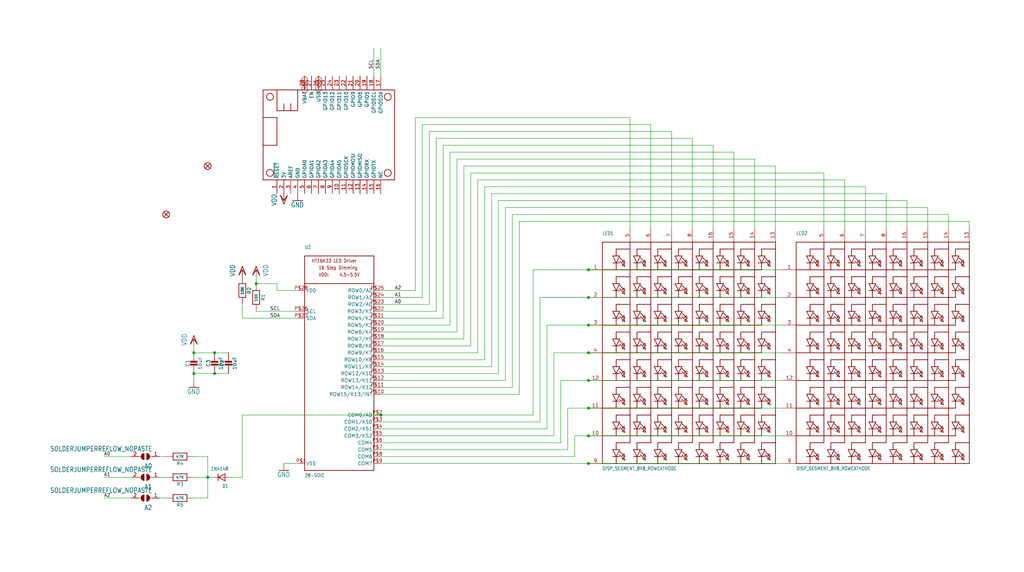
<source format=kicad_sch>
(kicad_sch (version 20211123) (generator eeschema)
  (paper "User" 375.666 210.007)
  (lib_symbols
    (symbol "eagleSchem-eagle-import:CAP_CERAMIC0805-NOOUTLINE"
      (property "Reference" "C" (at -2.29 1.25 90))
      (property "Value" "CAP_CERAMIC0805-NOOUTLINE" (at 2.3 1.25 90))
      (symbol "CAP_CERAMIC0805-NOOUTLINE_1_0"
        (pin passive line (at 0 5.08 270) (length 2.54) (name "1") (number "1"))
        (pin passive line (at 0 -2.54 90) (length 2.54) (name "2") (number "2"))
      )
    )
    (symbol "eagleSchem-eagle-import:DIODESOD-323F"
      (property "Reference" "D" (at -2.54 2.54 0))
      (property "Value" "DIODESOD-323F" (at -2.54 -3.81 0))
      (symbol "DIODESOD-323F_1_0"
        (pin passive line (at -2.54 0 0) (length 2.54) (name "A") (number "A"))
        (pin passive line (at 2.54 0 180) (length 2.54) (name "C") (number "C"))
      )
    )
    (symbol "eagleSchem-eagle-import:DISP_SEGMENT_8X8_ROWCATHODE"
      (property "Reference" "LED" (at -33.02 45.72 0))
      (property "Value" "DISP_SEGMENT_8X8_ROWCATHODE" (at -33.02 -40.64 0))
      (symbol "DISP_SEGMENT_8X8_ROWCATHODE_1_0"
        (pin bidirectional line (at -38.1 33.02 0) (length 5.08) (name "K1") (number "1"))
        (pin bidirectional line (at -38.1 -27.94 0) (length 5.08) (name "K7") (number "10"))
        (pin bidirectional line (at -38.1 -17.78 0) (length 5.08) (name "K6") (number "11"))
        (pin bidirectional line (at -38.1 -7.62 0) (length 5.08) (name "K5") (number "12"))
        (pin bidirectional line (at 30.48 48.26 270) (length 5.08) (name "A8") (number "13"))
        (pin bidirectional line (at 22.86 48.26 270) (length 5.08) (name "A7") (number "14"))
        (pin bidirectional line (at 15.24 48.26 270) (length 5.08) (name "A6") (number "15"))
        (pin bidirectional line (at 7.62 48.26 270) (length 5.08) (name "A5") (number "16"))
        (pin bidirectional line (at -38.1 22.86 0) (length 5.08) (name "K2") (number "2"))
        (pin bidirectional line (at -38.1 12.7 0) (length 5.08) (name "K3") (number "3"))
        (pin bidirectional line (at -38.1 2.54 0) (length 5.08) (name "K4") (number "4"))
        (pin bidirectional line (at -22.86 48.26 270) (length 5.08) (name "A1") (number "5"))
        (pin bidirectional line (at -15.24 48.26 270) (length 5.08) (name "A2") (number "6"))
        (pin bidirectional line (at -7.62 48.26 270) (length 5.08) (name "A3") (number "7"))
        (pin bidirectional line (at 0 48.26 270) (length 5.08) (name "A4") (number "8"))
        (pin bidirectional line (at -38.1 -38.1 0) (length 5.08) (name "K8") (number "9"))
      )
    )
    (symbol "eagleSchem-eagle-import:FEATHERWING"
      (symbol "FEATHERWING_1_0"
        (pin input line (at 5.08 -5.08 90) (length 5.08) (name "~{RESET}") (number "1"))
        (pin bidirectional line (at 27.94 -5.08 90) (length 5.08) (name "GPIOA5") (number "10"))
        (pin bidirectional line (at 30.48 -5.08 90) (length 5.08) (name "GPIOSCK") (number "11"))
        (pin bidirectional line (at 33.02 -5.08 90) (length 5.08) (name "GPIOMOSI") (number "12"))
        (pin bidirectional line (at 35.56 -5.08 90) (length 5.08) (name "GPIOMISO") (number "13"))
        (pin bidirectional line (at 38.1 -5.08 90) (length 5.08) (name "GPIORX") (number "14"))
        (pin bidirectional line (at 40.64 -5.08 90) (length 5.08) (name "GPIOTX") (number "15"))
        (pin passive line (at 43.18 -5.08 90) (length 5.08) (name "NC") (number "16"))
        (pin bidirectional line (at 43.18 38.1 270) (length 5.08) (name "GPIOSDA") (number "17"))
        (pin bidirectional line (at 40.64 38.1 270) (length 5.08) (name "GPIOSCL") (number "18"))
        (pin bidirectional line (at 38.1 38.1 270) (length 5.08) (name "GPIO5") (number "19"))
        (pin power_in line (at 7.62 -5.08 90) (length 5.08) (name "3V") (number "2"))
        (pin bidirectional line (at 35.56 38.1 270) (length 5.08) (name "GPIO6") (number "20"))
        (pin bidirectional line (at 33.02 38.1 270) (length 5.08) (name "GPIO9") (number "21"))
        (pin bidirectional line (at 30.48 38.1 270) (length 5.08) (name "GPIO10") (number "22"))
        (pin bidirectional line (at 27.94 38.1 270) (length 5.08) (name "GPIO11") (number "23"))
        (pin bidirectional line (at 25.4 38.1 270) (length 5.08) (name "GPIO12") (number "24"))
        (pin bidirectional line (at 22.86 38.1 270) (length 5.08) (name "GPIO13") (number "25"))
        (pin power_in line (at 20.32 38.1 270) (length 5.08) (name "USB") (number "26"))
        (pin passive line (at 17.78 38.1 270) (length 5.08) (name "EN") (number "27"))
        (pin power_in line (at 15.24 38.1 270) (length 5.08) (name "VBAT") (number "28"))
        (pin passive line (at 10.16 -5.08 90) (length 5.08) (name "AREF") (number "3"))
        (pin power_in line (at 12.7 -5.08 90) (length 5.08) (name "GND") (number "4"))
        (pin bidirectional line (at 15.24 -5.08 90) (length 5.08) (name "GPIOA0") (number "5"))
        (pin bidirectional line (at 17.78 -5.08 90) (length 5.08) (name "GPIOA1") (number "6"))
        (pin bidirectional line (at 20.32 -5.08 90) (length 5.08) (name "GPIOA2") (number "7"))
        (pin bidirectional line (at 22.86 -5.08 90) (length 5.08) (name "GPIOA3") (number "8"))
        (pin bidirectional line (at 25.4 -5.08 90) (length 5.08) (name "GPIOA4") (number "9"))
      )
    )
    (symbol "eagleSchem-eagle-import:FIDUCIAL{dblquote}{dblquote}")
    (symbol "eagleSchem-eagle-import:GND" (power)
      (property "Value" "GND" (at -2.54 -2.54 0))
      (symbol "GND_1_0"
        (pin power_in line (at 0 2.54 270) (length 2.54) (name "GND") (number "1"))
      )
    )
    (symbol "eagleSchem-eagle-import:HT16K33_SOP28_SKINNY"
      (property "Reference" "U" (at -12.7 40.64 0))
      (property "Value" "HT16K33_SOP28_SKINNY" (at -12.7 -43.18 0))
      (symbol "HT16K33_SOP28_SKINNY_1_0"
        (text "16 Step Dimming" (at -7.62 33.02 0) (effects (font (size 1.27 1.0795)) (justify left bottom)))
        (text "4.5-5.5V" (at 0 30.48 0) (effects (font (size 1.27 1.0795)) (justify left bottom)))
        (text "HT16K33 LED Driver" (at -10.16 35.56 0) (effects (font (size 1.27 1.0795)) (justify left bottom)))
        (text "VDD:" (at -7.62 30.48 0) (effects (font (size 1.27 1.0795)) (justify left bottom)))
        (pin bidirectional line (at -15.24 -38.1 0) (length 2.54) (name "VSS") (number "P$1"))
        (pin bidirectional line (at 15.24 -12.7 180) (length 2.54) (name "ROW15/K13/INT") (number "P$10"))
        (pin bidirectional line (at 15.24 -10.16 180) (length 2.54) (name "ROW14/K12") (number "P$11"))
        (pin bidirectional line (at 15.24 -7.62 180) (length 2.54) (name "ROW13/K11") (number "P$12"))
        (pin bidirectional line (at 15.24 -5.08 180) (length 2.54) (name "ROW12/K10") (number "P$13"))
        (pin bidirectional line (at 15.24 -2.54 180) (length 2.54) (name "ROW11/K9") (number "P$14"))
        (pin bidirectional line (at 15.24 0 180) (length 2.54) (name "ROW10/K8") (number "P$15"))
        (pin bidirectional line (at 15.24 2.54 180) (length 2.54) (name "ROW9/K7") (number "P$16"))
        (pin bidirectional line (at 15.24 5.08 180) (length 2.54) (name "ROW8/K6") (number "P$17"))
        (pin bidirectional line (at 15.24 7.62 180) (length 2.54) (name "ROW7/K5") (number "P$18"))
        (pin bidirectional line (at 15.24 10.16 180) (length 2.54) (name "ROW6/K4") (number "P$19"))
        (pin bidirectional line (at 15.24 -20.32 180) (length 2.54) (name "COM0/AD") (number "P$2"))
        (pin bidirectional line (at 15.24 12.7 180) (length 2.54) (name "ROW5/K3") (number "P$20"))
        (pin bidirectional line (at 15.24 15.24 180) (length 2.54) (name "ROW4/K2") (number "P$21"))
        (pin bidirectional line (at 15.24 17.78 180) (length 2.54) (name "ROW3/K1") (number "P$22"))
        (pin bidirectional line (at 15.24 20.32 180) (length 2.54) (name "ROW2/A0") (number "P$23"))
        (pin bidirectional line (at 15.24 22.86 180) (length 2.54) (name "ROW1/A1") (number "P$24"))
        (pin bidirectional line (at 15.24 25.4 180) (length 2.54) (name "ROW0/A2") (number "P$25"))
        (pin bidirectional line (at -15.24 17.78 0) (length 2.54) (name "SCL") (number "P$26"))
        (pin bidirectional line (at -15.24 15.24 0) (length 2.54) (name "SDA") (number "P$27"))
        (pin bidirectional line (at -15.24 25.4 0) (length 2.54) (name "VDD") (number "P$28"))
        (pin bidirectional line (at 15.24 -22.86 180) (length 2.54) (name "COM1/KS0") (number "P$3"))
        (pin bidirectional line (at 15.24 -25.4 180) (length 2.54) (name "COM2/KS1") (number "P$4"))
        (pin bidirectional line (at 15.24 -27.94 180) (length 2.54) (name "COM3/KS2") (number "P$5"))
        (pin bidirectional line (at 15.24 -30.48 180) (length 2.54) (name "COM4") (number "P$6"))
        (pin bidirectional line (at 15.24 -33.02 180) (length 2.54) (name "COM5") (number "P$7"))
        (pin bidirectional line (at 15.24 -35.56 180) (length 2.54) (name "COM6") (number "P$8"))
        (pin bidirectional line (at 15.24 -38.1 180) (length 2.54) (name "COM7") (number "P$9"))
      )
    )
    (symbol "eagleSchem-eagle-import:RESISTOR0805_NOOUTLINE"
      (property "Reference" "R" (at 0 2.54 0))
      (property "Value" "RESISTOR0805_NOOUTLINE" (at 0 0 0))
      (symbol "RESISTOR0805_NOOUTLINE_1_0"
        (pin passive line (at -5.08 0 0) (length 2.54) (name "1") (number "1"))
        (pin passive line (at 5.08 0 180) (length 2.54) (name "2") (number "2"))
      )
    )
    (symbol "eagleSchem-eagle-import:SOLDERJUMPERREFLOW_NOPASTE"
      (property "Reference" "SJ" (at -2.54 2.54 0))
      (property "Value" "SOLDERJUMPERREFLOW_NOPASTE" (at -2.54 -3.81 0))
      (symbol "SOLDERJUMPERREFLOW_NOPASTE_1_0"
        (pin passive line (at -5.08 0 0) (length 2.54) (name "1") (number "1"))
        (pin passive line (at 5.08 0 180) (length 2.54) (name "2") (number "2"))
      )
    )
    (symbol "eagleSchem-eagle-import:VDD" (power)
      (property "Value" "VDD" (at -2.54 -2.54 90))
      (symbol "VDD_1_0"
        (pin power_in line (at 0 -2.54 90) (length 2.54) (name "VDD") (number "1"))
      )
    )
  )
  (junction (at 71.12 137.16))
  (junction (at 215.9 99.06))
  (junction (at 76.2 175.26))
  (junction (at 93.98 104.14))
  (junction (at 78.74 129.54))
  (junction (at 215.9 160.02))
  (junction (at 215.9 139.7))
  (junction (at 78.74 137.16))
  (junction (at 215.9 170.18))
  (junction (at 71.12 129.54))
  (junction (at 215.9 109.22))
  (junction (at 215.9 149.86))
  (junction (at 215.9 119.38))
  (junction (at 139.7 152.4))
  (junction (at 215.9 129.54))
  (wire (pts (xy 139.7 132.08) (xy 177.8 132.08)))
  (wire (pts (xy 254 50.8) (xy 254 83.82)))
  (wire (pts (xy 203.2 129.54) (xy 203.2 160.02)))
  (wire (pts (xy 302.26 63.5) (xy 172.72 63.5)))
  (wire (pts (xy 93.98 101.6) (xy 93.98 104.14)))
  (wire (pts (xy 88.9 175.26) (xy 83.82 175.26)))
  (wire (pts (xy 190.5 144.78) (xy 190.5 81.28)))
  (wire (pts (xy 215.9 99.06) (xy 195.58 99.06)))
  (wire (pts (xy 101.6 106.68) (xy 101.6 104.14)))
  (wire (pts (xy 215.9 160.02) (xy 210.82 160.02)))
  (wire (pts (xy 139.7 134.62) (xy 180.34 134.62)))
  (wire (pts (xy 215.9 129.54) (xy 287.02 129.54)))
  (wire (pts (xy 139.7 160.02) (xy 203.2 160.02)))
  (wire (pts (xy 175.26 129.54) (xy 175.26 66.04)))
  (wire (pts (xy 182.88 137.16) (xy 182.88 73.66)))
  (wire (pts (xy 187.96 78.74) (xy 347.98 78.74)))
  (wire (pts (xy 355.6 81.28) (xy 190.5 81.28)))
  (wire (pts (xy 180.34 134.62) (xy 180.34 71.12)))
  (wire (pts (xy 109.22 114.3) (xy 93.98 114.3)))
  (wire (pts (xy 215.9 119.38) (xy 287.02 119.38)))
  (wire (pts (xy 139.7 152.4) (xy 88.9 152.4)))
  (wire (pts (xy 317.5 83.82) (xy 317.5 68.58)))
  (wire (pts (xy 172.72 127) (xy 172.72 63.5)))
  (wire (pts (xy 175.26 66.04) (xy 309.88 66.04)))
  (wire (pts (xy 154.94 109.22) (xy 154.94 45.72)))
  (wire (pts (xy 165.1 55.88) (xy 269.24 55.88)))
  (wire (pts (xy 139.7 144.78) (xy 190.5 144.78)))
  (wire (pts (xy 139.7 109.22) (xy 154.94 109.22)))
  (wire (pts (xy 139.7 137.16) (xy 182.88 137.16)))
  (wire (pts (xy 317.5 68.58) (xy 177.8 68.58)))
  (wire (pts (xy 215.9 139.7) (xy 205.74 139.7)))
  (wire (pts (xy 208.28 149.86) (xy 208.28 165.1)))
  (wire (pts (xy 139.7 121.92) (xy 167.64 121.92)))
  (wire (pts (xy 332.74 73.66) (xy 182.88 73.66)))
  (wire (pts (xy 48.26 167.64) (xy 38.1 167.64)))
  (wire (pts (xy 139.7 129.54) (xy 175.26 129.54)))
  (wire (pts (xy 71.12 127) (xy 71.12 129.54)))
  (wire (pts (xy 76.2 175.26) (xy 78.74 175.26)))
  (wire (pts (xy 162.56 116.84) (xy 162.56 53.34)))
  (wire (pts (xy 246.38 48.26) (xy 157.48 48.26)))
  (wire (pts (xy 154.94 45.72) (xy 238.76 45.72)))
  (wire (pts (xy 187.96 142.24) (xy 187.96 78.74)))
  (wire (pts (xy 276.86 83.82) (xy 276.86 58.42)))
  (wire (pts (xy 185.42 139.7) (xy 185.42 76.2)))
  (wire (pts (xy 325.12 71.12) (xy 325.12 83.82)))
  (wire (pts (xy 198.12 109.22) (xy 198.12 154.94)))
  (wire (pts (xy 215.9 109.22) (xy 198.12 109.22)))
  (wire (pts (xy 180.34 71.12) (xy 325.12 71.12)))
  (wire (pts (xy 261.62 53.34) (xy 162.56 53.34)))
  (wire (pts (xy 139.7 152.4) (xy 195.58 152.4)))
  (wire (pts (xy 177.8 132.08) (xy 177.8 68.58)))
  (wire (pts (xy 167.64 121.92) (xy 167.64 58.42)))
  (wire (pts (xy 165.1 119.38) (xy 165.1 55.88)))
  (wire (pts (xy 71.12 129.54) (xy 78.74 129.54)))
  (wire (pts (xy 215.9 109.22) (xy 287.02 109.22)))
  (wire (pts (xy 139.7 170.18) (xy 215.9 170.18)))
  (wire (pts (xy 139.7 157.48) (xy 200.66 157.48)))
  (wire (pts (xy 355.6 83.82) (xy 355.6 81.28)))
  (wire (pts (xy 238.76 45.72) (xy 238.76 83.82)))
  (wire (pts (xy 205.74 139.7) (xy 205.74 162.56)))
  (wire (pts (xy 347.98 83.82) (xy 347.98 78.74)))
  (wire (pts (xy 139.7 142.24) (xy 187.96 142.24)))
  (wire (pts (xy 152.4 43.18) (xy 231.14 43.18)))
  (wire (pts (xy 60.96 175.26) (xy 58.42 175.26)))
  (wire (pts (xy 76.2 167.64) (xy 71.12 167.64)))
  (wire (pts (xy 261.62 83.82) (xy 261.62 53.34)))
  (wire (pts (xy 109.22 116.84) (xy 88.9 116.84)))
  (wire (pts (xy 139.7 114.3) (xy 160.02 114.3)))
  (wire (pts (xy 195.58 99.06) (xy 195.58 152.4)))
  (wire (pts (xy 139.7 124.46) (xy 170.18 124.46)))
  (wire (pts (xy 231.14 43.18) (xy 231.14 83.82)))
  (wire (pts (xy 215.9 119.38) (xy 200.66 119.38)))
  (wire (pts (xy 215.9 139.7) (xy 287.02 139.7)))
  (wire (pts (xy 160.02 50.8) (xy 254 50.8)))
  (wire (pts (xy 139.7 139.7) (xy 185.42 139.7)))
  (wire (pts (xy 215.9 99.06) (xy 287.02 99.06)))
  (wire (pts (xy 101.6 104.14) (xy 93.98 104.14)))
  (wire (pts (xy 185.42 76.2) (xy 340.36 76.2)))
  (wire (pts (xy 71.12 139.7) (xy 71.12 137.16)))
  (wire (pts (xy 137.16 17.78) (xy 137.16 27.94)))
  (wire (pts (xy 76.2 182.88) (xy 76.2 175.26)))
  (wire (pts (xy 104.14 170.18) (xy 109.22 170.18)))
  (wire (pts (xy 139.7 119.38) (xy 165.1 119.38)))
  (wire (pts (xy 78.74 137.16) (xy 71.12 137.16)))
  (wire (pts (xy 109.22 106.68) (xy 101.6 106.68)))
  (wire (pts (xy 170.18 60.96) (xy 284.48 60.96)))
  (wire (pts (xy 210.82 167.64) (xy 139.7 167.64)))
  (wire (pts (xy 215.9 149.86) (xy 287.02 149.86)))
  (wire (pts (xy 269.24 55.88) (xy 269.24 83.82)))
  (wire (pts (xy 38.1 175.26) (xy 48.26 175.26)))
  (wire (pts (xy 160.02 114.3) (xy 160.02 50.8)))
  (wire (pts (xy 309.88 66.04) (xy 309.88 83.82)))
  (wire (pts (xy 60.96 167.64) (xy 58.42 167.64)))
  (wire (pts (xy 200.66 119.38) (xy 200.66 157.48)))
  (wire (pts (xy 215.9 149.86) (xy 208.28 149.86)))
  (wire (pts (xy 48.26 182.88) (xy 38.1 182.88)))
  (wire (pts (xy 71.12 175.26) (xy 76.2 175.26)))
  (wire (pts (xy 170.18 124.46) (xy 170.18 60.96)))
  (wire (pts (xy 78.74 129.54) (xy 83.82 129.54)))
  (wire (pts (xy 215.9 160.02) (xy 287.02 160.02)))
  (wire (pts (xy 139.7 127) (xy 172.72 127)))
  (wire (pts (xy 139.7 116.84) (xy 162.56 116.84)))
  (wire (pts (xy 208.28 165.1) (xy 139.7 165.1)))
  (wire (pts (xy 302.26 83.82) (xy 302.26 63.5)))
  (wire (pts (xy 139.7 27.94) (xy 139.7 17.78)))
  (wire (pts (xy 340.36 76.2) (xy 340.36 83.82)))
  (wire (pts (xy 198.12 154.94) (xy 139.7 154.94)))
  (wire (pts (xy 88.9 152.4) (xy 88.9 175.26)))
  (wire (pts (xy 71.12 182.88) (xy 76.2 182.88)))
  (wire (pts (xy 58.42 182.88) (xy 60.96 182.88)))
  (wire (pts (xy 205.74 162.56) (xy 139.7 162.56)))
  (wire (pts (xy 215.9 129.54) (xy 203.2 129.54)))
  (wire (pts (xy 284.48 60.96) (xy 284.48 83.82)))
  (wire (pts (xy 157.48 111.76) (xy 157.48 48.26)))
  (wire (pts (xy 76.2 175.26) (xy 76.2 167.64)))
  (wire (pts (xy 210.82 160.02) (xy 210.82 167.64)))
  (wire (pts (xy 276.86 58.42) (xy 167.64 58.42)))
  (wire (pts (xy 139.7 111.76) (xy 157.48 111.76)))
  (wire (pts (xy 246.38 83.82) (xy 246.38 48.26)))
  (wire (pts (xy 83.82 137.16) (xy 78.74 137.16)))
  (wire (pts (xy 332.74 83.82) (xy 332.74 73.66)))
  (wire (pts (xy 152.4 106.68) (xy 152.4 43.18)))
  (wire (pts (xy 88.9 116.84) (xy 88.9 111.76)))
  (wire (pts (xy 215.9 170.18) (xy 287.02 170.18)))
  (wire (pts (xy 139.7 106.68) (xy 152.4 106.68)))
  (label "SCL" (at 137.16 25.4 90) (effects (font (size 1.2446 1.2446))))
  (label "A2" (at 144.78 106.68 0) (effects (font (size 1.2446 1.2446))))
  (label "A0" (at 38.1 167.64 0) (effects (font (size 1.2446 1.2446))))
  (label "SDA" (at 99.06 116.84 0) (effects (font (size 1.2446 1.2446))))
  (label "A2" (at 38.1 182.88 0) (effects (font (size 1.2446 1.2446))))
  (label "A0" (at 144.78 111.76 0) (effects (font (size 1.2446 1.2446))))
  (label "SCL" (at 99.06 114.3 0) (effects (font (size 1.2446 1.2446))))
  (label "A1" (at 144.78 109.22 0) (effects (font (size 1.2446 1.2446))))
  (label "A1" (at 38.1 175.26 0) (effects (font (size 1.2446 1.2446))))
  (label "SDA" (at 139.7 25.4 90) (effects (font (size 1.2446 1.2446))))
  (global_label "USB" (shape bidirectional) (at 116.84 27.94 270) (effects (font (size 1.016 1.016))) (property "Intersheet References" "${INTERSHEET_REFS}" (effects hide)))
  (global_label "VBAT" (shape bidirectional) (at 111.76 27.94 270) (effects (font (size 1.016 1.016))) (property "Intersheet References" "${INTERSHEET_REFS}" (effects hide)))
  (symbol (lib_id "eagleSchem-eagle-import:RESISTOR0805_NOOUTLINE") (at 88.9 106.68 270) (unit 1)
    (property "Reference" "R2" (at 91.44 106.68 0))
    (property "Value" "10K" (at 88.9 106.68 0) (effects (font (size 1.016 1.016) bold)))
    (property "Footprint" "eagleSchem:0805-NO" (effects hide))
  )
  (symbol (lib_id "eagleSchem-eagle-import:VDD") (at 104.14 73.66 0) (mirror x) (unit 1)
    (property "Reference" "#VDD3" (effects hide))
    (property "Value" "VDD" (at 101.6 71.12 90) (effects (font (size 1.778 1.5113)) (justify left bottom)))
    (property "Footprint" "eagleSchem:" (effects hide))
  )
  (symbol (lib_id "eagleSchem-eagle-import:GND") (at 104.14 172.72 0) (unit 1)
    (property "Reference" "#GND1" (effects hide))
    (property "Value" "GND" (at 101.6 175.26 0) (effects (font (size 1.778 1.5113)) (justify left bottom)))
    (property "Footprint" "eagleSchem:" (effects hide))
  )
  (symbol (lib_id "eagleSchem-eagle-import:SOLDERJUMPERREFLOW_NOPASTE") (at 53.34 167.64 180) (unit 1)
    (property "Reference" "A0" (at 55.88 170.18 0) (effects (font (size 1.778 1.5113)) (justify left bottom)))
    (property "Value" "SOLDERJUMPERREFLOW_NOPASTE" (at 55.88 163.83 0) (effects (font (size 1.778 1.5113)) (justify left bottom)))
    (property "Footprint" "eagleSchem:SOLDERJUMPER_REFLOW_NOPASTE" (effects hide))
  )
  (symbol (lib_id "eagleSchem-eagle-import:FIDUCIAL{dblquote}{dblquote}") (at 60.96 78.74 0) (unit 1)
    (property "Reference" "FID2" (effects hide))
    (property "Value" "FIDUCIAL{dblquote}{dblquote}" (effects hide))
    (property "Footprint" "eagleSchem:FIDUCIAL_1MM" (effects hide))
  )
  (symbol (lib_id "eagleSchem-eagle-import:VDD") (at 88.9 99.06 0) (unit 1)
    (property "Reference" "#VDD1" (effects hide))
    (property "Value" "VDD" (at 86.36 101.6 90) (effects (font (size 1.778 1.5113)) (justify left bottom)))
    (property "Footprint" "eagleSchem:" (effects hide))
  )
  (symbol (lib_id "eagleSchem-eagle-import:RESISTOR0805_NOOUTLINE") (at 66.04 175.26 180) (unit 1)
    (property "Reference" "R3" (at 66.04 177.8 0))
    (property "Value" "47K" (at 66.04 175.26 0) (effects (font (size 1.016 1.016) bold)))
    (property "Footprint" "eagleSchem:0805-NO" (effects hide))
  )
  (symbol (lib_id "eagleSchem-eagle-import:VDD") (at 93.98 99.06 0) (mirror y) (unit 1)
    (property "Reference" "#VDD2" (effects hide))
    (property "Value" "VDD" (at 96.52 101.6 90) (effects (font (size 1.778 1.5113)) (justify left bottom)))
    (property "Footprint" "eagleSchem:" (effects hide))
  )
  (symbol (lib_id "eagleSchem-eagle-import:DIODESOD-323F") (at 81.28 175.26 180) (unit 1)
    (property "Reference" "D1" (at 83.82 177.8 0) (effects (font (size 1.27 1.0795)) (justify left bottom)))
    (property "Value" "1N4148" (at 83.82 171.45 0) (effects (font (size 1.27 1.0795)) (justify left bottom)))
    (property "Footprint" "eagleSchem:SOD-323F" (effects hide))
  )
  (symbol (lib_id "eagleSchem-eagle-import:SOLDERJUMPERREFLOW_NOPASTE") (at 53.34 182.88 180) (unit 1)
    (property "Reference" "A2" (at 55.88 185.42 0) (effects (font (size 1.778 1.5113)) (justify left bottom)))
    (property "Value" "SOLDERJUMPERREFLOW_NOPASTE" (at 55.88 179.07 0) (effects (font (size 1.778 1.5113)) (justify left bottom)))
    (property "Footprint" "eagleSchem:SOLDERJUMPER_REFLOW_NOPASTE" (effects hide))
  )
  (symbol (lib_id "eagleSchem-eagle-import:GND") (at 71.12 142.24 0) (unit 1)
    (property "Reference" "#GND3" (effects hide))
    (property "Value" "GND" (at 68.58 144.78 0) (effects (font (size 1.778 1.5113)) (justify left bottom)))
    (property "Footprint" "eagleSchem:" (effects hide))
  )
  (symbol (lib_id "eagleSchem-eagle-import:SOLDERJUMPERREFLOW_NOPASTE") (at 53.34 175.26 180) (unit 1)
    (property "Reference" "A1" (at 55.88 177.8 0) (effects (font (size 1.778 1.5113)) (justify left bottom)))
    (property "Value" "SOLDERJUMPERREFLOW_NOPASTE" (at 55.88 171.45 0) (effects (font (size 1.778 1.5113)) (justify left bottom)))
    (property "Footprint" "eagleSchem:SOLDERJUMPER_REFLOW_NOPASTE" (effects hide))
  )
  (symbol (lib_id "eagleSchem-eagle-import:CAP_CERAMIC0805-NOOUTLINE") (at 83.82 134.62 0) (unit 1)
    (property "Reference" "C2" (at 81.53 133.37 90))
    (property "Value" "10uF" (at 86.12 133.37 90))
    (property "Footprint" "eagleSchem:0805-NO" (effects hide))
  )
  (symbol (lib_id "eagleSchem-eagle-import:GND") (at 109.22 73.66 0) (unit 1)
    (property "Reference" "#GND2" (effects hide))
    (property "Value" "GND" (at 106.68 76.2 0) (effects (font (size 1.778 1.5113)) (justify left bottom)))
    (property "Footprint" "eagleSchem:" (effects hide))
  )
  (symbol (lib_id "eagleSchem-eagle-import:DISP_SEGMENT_8X8_ROWCATHODE") (at 325.12 132.08 0) (unit 1)
    (property "Reference" "LED2" (at 292.1 86.36 0) (effects (font (size 1.27 1.0795)) (justify left bottom)))
    (property "Value" "DISP_SEGMENT_8X8_ROWCATHODE" (at 292.1 172.72 0) (effects (font (size 1.27 1.0795)) (justify left bottom)))
    (property "Footprint" "eagleSchem:SEGMENT_BL-M07C881UR" (effects hide))
  )
  (symbol (lib_id "eagleSchem-eagle-import:CAP_CERAMIC0805-NOOUTLINE") (at 78.74 134.62 0) (unit 1)
    (property "Reference" "C3" (at 76.45 133.37 90))
    (property "Value" "10uF" (at 81.04 133.37 90))
    (property "Footprint" "eagleSchem:0805-NO" (effects hide))
  )
  (symbol (lib_id "eagleSchem-eagle-import:RESISTOR0805_NOOUTLINE") (at 66.04 182.88 180) (unit 1)
    (property "Reference" "R5" (at 66.04 185.42 0))
    (property "Value" "47K" (at 66.04 182.88 0) (effects (font (size 1.016 1.016) bold)))
    (property "Footprint" "eagleSchem:0805-NO" (effects hide))
  )
  (symbol (lib_id "eagleSchem-eagle-import:RESISTOR0805_NOOUTLINE") (at 66.04 167.64 180) (unit 1)
    (property "Reference" "R4" (at 66.04 170.18 0))
    (property "Value" "47K" (at 66.04 167.64 0) (effects (font (size 1.016 1.016) bold)))
    (property "Footprint" "eagleSchem:0805-NO" (effects hide))
  )
  (symbol (lib_id "eagleSchem-eagle-import:RESISTOR0805_NOOUTLINE") (at 93.98 109.22 270) (unit 1)
    (property "Reference" "R1" (at 96.52 109.22 0))
    (property "Value" "10K" (at 93.98 109.22 0) (effects (font (size 1.016 1.016) bold)))
    (property "Footprint" "eagleSchem:0805-NO" (effects hide))
  )
  (symbol (lib_id "eagleSchem-eagle-import:FIDUCIAL{dblquote}{dblquote}") (at 76.2 60.96 0) (unit 1)
    (property "Reference" "FID1" (effects hide))
    (property "Value" "FIDUCIAL{dblquote}{dblquote}" (effects hide))
    (property "Footprint" "eagleSchem:FIDUCIAL_1MM" (effects hide))
  )
  (symbol (lib_id "eagleSchem-eagle-import:HT16K33_SOP28_SKINNY") (at 124.46 132.08 0) (unit 1)
    (property "Reference" "U2" (at 111.76 91.44 0) (effects (font (size 1.27 1.0795)) (justify left bottom)))
    (property "Value" "28-SOIC" (at 111.76 175.26 0) (effects (font (size 1.27 1.0795)) (justify left bottom)))
    (property "Footprint" "eagleSchem:SOP28_300MIL_SKINNY" (effects hide))
  )
  (symbol (lib_id "eagleSchem-eagle-import:VDD") (at 71.12 124.46 0) (unit 1)
    (property "Reference" "#VDD5" (effects hide))
    (property "Value" "VDD" (at 68.58 127 90) (effects (font (size 1.778 1.5113)) (justify left bottom)))
    (property "Footprint" "eagleSchem:" (effects hide))
  )
  (symbol (lib_id "eagleSchem-eagle-import:DISP_SEGMENT_8X8_ROWCATHODE") (at 254 132.08 0) (unit 1)
    (property "Reference" "LED1" (at 220.98 86.36 0) (effects (font (size 1.27 1.0795)) (justify left bottom)))
    (property "Value" "DISP_SEGMENT_8X8_ROWCATHODE" (at 220.98 172.72 0) (effects (font (size 1.27 1.0795)) (justify left bottom)))
    (property "Footprint" "eagleSchem:SEGMENT_BL-M07C881UR" (effects hide))
  )
  (symbol (lib_id "eagleSchem-eagle-import:FEATHERWING") (at 96.52 66.04 0) (unit 1)
    (property "Reference" "MS1" (effects hide))
    (property "Value" "FEATHERWING" (effects hide))
    (property "Footprint" "eagleSchem:FEATHERWING" (effects hide))
  )
  (symbol (lib_id "eagleSchem-eagle-import:CAP_CERAMIC0805-NOOUTLINE") (at 71.12 134.62 0) (unit 1)
    (property "Reference" "C1" (at 68.83 133.37 90))
    (property "Value" "10uF" (at 73.42 133.37 90))
    (property "Footprint" "eagleSchem:0805-NO" (effects hide))
  )
)
</source>
